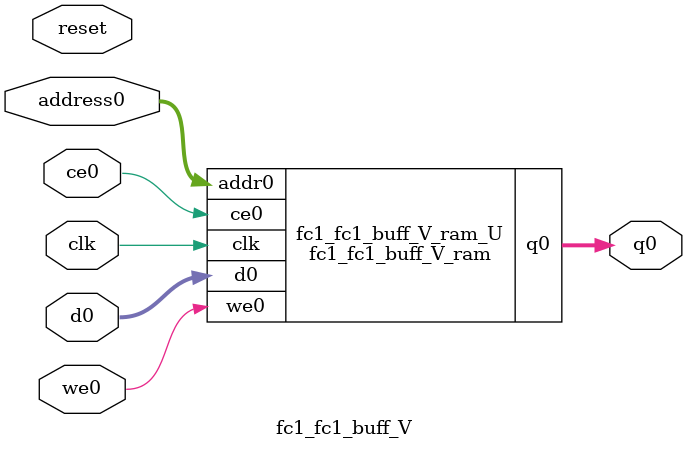
<source format=v>
`timescale 1 ns / 1 ps
module fc1_fc1_buff_V_ram (addr0, ce0, d0, we0, q0,  clk);

parameter DWIDTH = 16;
parameter AWIDTH = 17;
parameter MEM_SIZE = 69120;

input[AWIDTH-1:0] addr0;
input ce0;
input[DWIDTH-1:0] d0;
input we0;
output reg[DWIDTH-1:0] q0;
input clk;

(* ram_style = "block" *)reg [DWIDTH-1:0] ram[0:MEM_SIZE-1];




always @(posedge clk)  
begin 
    if (ce0) 
    begin
        if (we0) 
        begin 
            ram[addr0] <= d0; 
        end 
        q0 <= ram[addr0];
    end
end


endmodule

`timescale 1 ns / 1 ps
module fc1_fc1_buff_V(
    reset,
    clk,
    address0,
    ce0,
    we0,
    d0,
    q0);

parameter DataWidth = 32'd16;
parameter AddressRange = 32'd69120;
parameter AddressWidth = 32'd17;
input reset;
input clk;
input[AddressWidth - 1:0] address0;
input ce0;
input we0;
input[DataWidth - 1:0] d0;
output[DataWidth - 1:0] q0;



fc1_fc1_buff_V_ram fc1_fc1_buff_V_ram_U(
    .clk( clk ),
    .addr0( address0 ),
    .ce0( ce0 ),
    .we0( we0 ),
    .d0( d0 ),
    .q0( q0 ));

endmodule


</source>
